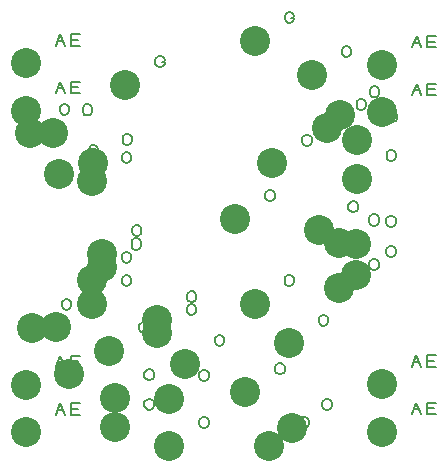
<source format=gbr>
%FSLAX23Y23*%
%MOIN*%
G04 EasyPC Gerber Version 18.0.6 Build 3620 *
%ADD10C,0.00500*%
%ADD77C,0.10000*%
X0Y0D02*
D02*
D10*
X135Y339D02*
X150Y376D01*
X166Y339*
X141Y355D02*
X160D01*
X185Y339D02*
Y376D01*
X216*
X209Y358D02*
X185D01*
Y339D02*
X216D01*
X135Y497D02*
X150Y534D01*
X166Y497*
X141Y513D02*
X160D01*
X185Y497D02*
Y534D01*
X216*
X209Y516D02*
X185D01*
Y497D02*
X216D01*
X136Y1411D02*
X151Y1448D01*
X167Y1411*
X142Y1427D02*
X161D01*
X186Y1411D02*
Y1448D01*
X217*
X211Y1430D02*
X186D01*
Y1411D02*
X217D01*
X136Y1569D02*
X151Y1606D01*
X167Y1569*
X142Y1585D02*
X161D01*
X186Y1569D02*
Y1606D01*
X217*
X211Y1588D02*
X186D01*
Y1569D02*
X217D01*
X148Y1350D02*
Y1363D01*
X152Y1369*
X155Y1372*
X161Y1375*
X167*
X173Y1372*
X177Y1369*
X180Y1363*
Y1350*
X177Y1344*
X173Y1341*
X167Y1338*
X161*
X155Y1341*
X152Y1344*
X148Y1350*
X156Y700D02*
Y713D01*
X159Y719*
X162Y722*
X168Y725*
X174*
X181Y722*
X184Y719*
X187Y713*
Y700*
X184Y694*
X181Y691*
X174Y688*
X168*
X162Y691*
X159Y694*
X156Y700*
X225Y1348D02*
Y1361D01*
X228Y1367*
X231Y1370*
X237Y1373*
X243*
X250Y1370*
X253Y1367*
X256Y1361*
Y1348*
X253Y1342*
X250Y1339*
X243Y1336*
X237*
X231Y1339*
X228Y1342*
X225Y1348*
X237Y702D02*
Y715D01*
X240Y721*
X243Y724*
X249Y727*
X255*
X262Y724*
X265Y721*
X268Y715*
Y702*
X265Y696*
X262Y693*
X255Y690*
X249*
X243Y693*
X240Y696*
X237Y702*
X245Y1212D02*
Y1225D01*
X248Y1231*
X251Y1234*
X257Y1237*
X263*
X270Y1234*
X273Y1231*
X276Y1225*
Y1212*
X273Y1206*
X270Y1203*
X263Y1200*
X257*
X251Y1203*
X248Y1206*
X245Y1212*
X281Y546D02*
Y559D01*
X284Y565*
X287Y568*
X293Y571*
X299*
X306Y568*
X309Y565*
X312Y559*
Y546*
X309Y540*
X306Y537*
X299Y534*
X293*
X287Y537*
X284Y540*
X281Y546*
X356Y779D02*
Y792D01*
X359Y798*
X362Y801*
X368Y804*
X374*
X381Y801*
X384Y798*
X387Y792*
Y779*
X384Y773*
X381Y770*
X374Y767*
X368*
X362Y770*
X359Y773*
X356Y779*
Y857D02*
Y870D01*
X359Y876*
X362Y879*
X368Y882*
X374*
X381Y879*
X384Y876*
X387Y870*
Y857*
X384Y851*
X381Y848*
X374Y845*
X368*
X362Y848*
X359Y851*
X356Y857*
Y1189D02*
Y1202D01*
X359Y1208*
X362Y1211*
X368Y1214*
X374*
X381Y1211*
X384Y1208*
X387Y1202*
Y1189*
X384Y1183*
X381Y1180*
X374Y1177*
X368*
X362Y1180*
X359Y1183*
X356Y1189*
X358Y1250D02*
Y1263D01*
X361Y1269*
X364Y1272*
X370Y1275*
X376*
X383Y1272*
X386Y1269*
X389Y1263*
Y1250*
X386Y1244*
X383Y1241*
X376Y1238*
X370*
X364Y1241*
X361Y1244*
X358Y1250*
X388Y901D02*
Y914D01*
X391Y920*
X394Y923*
X400Y926*
X406*
X413Y923*
X416Y920*
X419Y914*
Y901*
X416Y895*
X413Y892*
X406Y889*
X400*
X394Y892*
X391Y895*
X388Y901*
X390Y946D02*
Y959D01*
X393Y965*
X396Y968*
X402Y971*
X408*
X414Y968*
X418Y965*
X421Y959*
Y946*
X418Y940*
X414Y937*
X408Y934*
X402*
X396Y937*
X393Y940*
X390Y946*
X413Y623D02*
Y636D01*
X416Y642*
X419Y645*
X425Y648*
X431*
X438Y645*
X441Y642*
X444Y636*
Y623*
X441Y617*
X438Y614*
X431Y611*
X425*
X419Y614*
X416Y617*
X413Y623*
X431Y367D02*
Y380D01*
X435Y386*
X438Y389*
X444Y392*
X450*
X457Y389*
X460Y386*
X463Y380*
Y367*
X460Y361*
X457Y358*
X450Y355*
X444*
X438Y358*
X435Y361*
X431Y367*
Y465D02*
Y478D01*
X435Y484*
X438Y487*
X444Y490*
X450*
X457Y487*
X460Y484*
X463Y478*
Y465*
X460Y459*
X457Y456*
X450Y453*
X444*
X438Y456*
X435Y459*
X431Y465*
X488Y1513D02*
X498D01*
Y1509*
X495Y1503*
X492Y1500*
X485Y1497*
X479*
X473Y1500*
X470Y1503*
X467Y1509*
Y1522*
X470Y1528*
X473Y1531*
X479Y1534*
X485*
X492Y1531*
X495Y1528*
X498Y1522*
X572Y682D02*
Y695D01*
X575Y701*
X578Y704*
X584Y707*
X590*
X597Y704*
X600Y701*
X603Y695*
Y682*
X600Y676*
X597Y673*
X590Y670*
X584*
X578Y673*
X575Y676*
X572Y682*
X573Y725D02*
Y738D01*
X576Y744*
X579Y747*
X585Y750*
X591*
X598Y747*
X601Y744*
X604Y738*
Y725*
X601Y719*
X598Y716*
X591Y713*
X585*
X579Y716*
X576Y719*
X573Y725*
X614Y306D02*
Y319D01*
X617Y325*
X620Y328*
X626Y331*
X632*
X639Y328*
X642Y325*
X645Y319*
Y306*
X642Y300*
X639Y297*
X632Y294*
X626*
X620Y297*
X617Y300*
X614Y306*
Y463D02*
Y476D01*
X617Y482*
X620Y485*
X626Y488*
X632*
X639Y485*
X642Y482*
X645Y476*
Y463*
X642Y457*
X639Y454*
X632Y451*
X626*
X620Y454*
X617Y457*
X614Y463*
X666Y580D02*
Y593D01*
X669Y599*
X672Y602*
X678Y605*
X684*
X691Y602*
X694Y599*
X697Y593*
Y580*
X694Y574*
X691Y571*
X684Y568*
X678*
X672Y571*
X669Y574*
X666Y580*
X834Y1062D02*
Y1075D01*
X837Y1081*
X840Y1084*
X846Y1087*
X852*
X859Y1084*
X862Y1081*
X865Y1075*
Y1062*
X862Y1056*
X859Y1053*
X852Y1050*
X846*
X840Y1053*
X837Y1056*
X834Y1062*
X867Y485D02*
Y498D01*
X870Y504*
X873Y507*
X879Y510*
X885*
X891Y507*
X895Y504*
X898Y498*
Y485*
X895Y479*
X891Y476*
X885Y473*
X879*
X873Y476*
X870Y479*
X867Y485*
X898Y780D02*
Y793D01*
X901Y799*
X904Y802*
X910Y805*
X916*
X923Y802*
X926Y799*
X929Y793*
Y780*
X926Y774*
X923Y771*
X916Y768*
X910*
X904Y771*
X901Y774*
X898Y780*
X920Y1660D02*
X930D01*
Y1656*
X927Y1650*
X924Y1647*
X917Y1644*
X911*
X905Y1647*
X902Y1650*
X899Y1656*
Y1669*
X902Y1675*
X905Y1678*
X911Y1681*
X917*
X924Y1678*
X927Y1675*
X930Y1669*
X947Y306D02*
Y319D01*
X950Y325*
X953Y328*
X959Y331*
X965*
X972Y328*
X975Y325*
X978Y319*
Y306*
X975Y300*
X972Y297*
X965Y294*
X959*
X953Y297*
X950Y300*
X947Y306*
X956Y1247D02*
Y1260D01*
X960Y1266*
X963Y1269*
X969Y1272*
X975*
X982Y1269*
X985Y1266*
X988Y1260*
Y1247*
X985Y1241*
X982Y1238*
X975Y1235*
X969*
X963Y1238*
X960Y1241*
X956Y1247*
X1012Y647D02*
Y660D01*
X1015Y666*
X1018Y669*
X1024Y672*
X1030*
X1037Y669*
X1040Y666*
X1043Y660*
Y647*
X1040Y641*
X1037Y638*
X1030Y635*
X1024*
X1018Y638*
X1015Y641*
X1012Y647*
X1024Y366D02*
Y379D01*
X1027Y385*
X1030Y388*
X1036Y391*
X1042*
X1049Y388*
X1052Y385*
X1055Y379*
Y366*
X1052Y360*
X1049Y357*
X1042Y354*
X1036*
X1030Y357*
X1027Y360*
X1024Y366*
X1089Y1542D02*
Y1555D01*
X1092Y1561*
X1095Y1564*
X1101Y1567*
X1107*
X1114Y1564*
X1117Y1561*
X1120Y1555*
Y1542*
X1117Y1536*
X1114Y1533*
X1107Y1530*
X1101*
X1095Y1533*
X1092Y1536*
X1089Y1542*
X1111Y1025D02*
Y1038D01*
X1115Y1044*
X1118Y1047*
X1124Y1050*
X1130*
X1137Y1047*
X1140Y1044*
X1143Y1038*
Y1025*
X1140Y1019*
X1137Y1016*
X1130Y1013*
X1124*
X1118Y1016*
X1115Y1019*
X1111Y1025*
X1138Y1366D02*
Y1379D01*
X1141Y1385*
X1144Y1388*
X1150Y1391*
X1156*
X1163Y1388*
X1166Y1385*
X1169Y1379*
Y1366*
X1166Y1360*
X1163Y1357*
X1156Y1354*
X1150*
X1144Y1357*
X1141Y1360*
X1138Y1366*
X1181Y832D02*
Y845D01*
X1184Y851*
X1187Y854*
X1193Y857*
X1199*
X1206Y854*
X1209Y851*
X1212Y845*
Y832*
X1209Y826*
X1206Y823*
X1199Y820*
X1193*
X1187Y823*
X1184Y826*
X1181Y832*
Y981D02*
Y994D01*
X1184Y1000*
X1187Y1003*
X1193Y1006*
X1199*
X1206Y1003*
X1209Y1000*
X1212Y994*
Y981*
X1209Y975*
X1206Y972*
X1199Y969*
X1193*
X1187Y972*
X1184Y975*
X1181Y981*
X1182Y1408D02*
Y1421D01*
X1185Y1427*
X1188Y1430*
X1194Y1433*
X1200*
X1207Y1430*
X1210Y1427*
X1213Y1421*
Y1408*
X1210Y1402*
X1207Y1399*
X1200Y1396*
X1194*
X1188Y1399*
X1185Y1402*
X1182Y1408*
X1236Y876D02*
Y889D01*
X1240Y895*
X1243Y898*
X1249Y901*
X1255*
X1262Y898*
X1265Y895*
X1268Y889*
Y876*
X1265Y870*
X1262Y867*
X1255Y864*
X1249*
X1243Y867*
X1240Y870*
X1236Y876*
Y977D02*
Y990D01*
X1240Y996*
X1243Y999*
X1249Y1002*
X1255*
X1262Y999*
X1265Y996*
X1268Y990*
Y977*
X1265Y971*
X1262Y968*
X1255Y965*
X1249*
X1243Y968*
X1240Y971*
X1236Y977*
X1238Y1196D02*
Y1209D01*
X1241Y1215*
X1244Y1218*
X1250Y1221*
X1256*
X1263Y1218*
X1266Y1215*
X1269Y1209*
Y1196*
X1266Y1190*
X1263Y1187*
X1256Y1184*
X1250*
X1244Y1187*
X1241Y1190*
X1238Y1196*
X1241Y1325D02*
Y1338D01*
X1244Y1344*
X1247Y1347*
X1253Y1350*
X1259*
X1266Y1347*
X1269Y1344*
X1272Y1338*
Y1325*
X1269Y1319*
X1266Y1316*
X1259Y1313*
X1253*
X1247Y1316*
X1244Y1319*
X1241Y1325*
X1322Y341D02*
X1337Y378D01*
X1353Y341*
X1328Y357D02*
X1347D01*
X1372Y341D02*
Y378D01*
X1403*
X1397Y360D02*
X1372D01*
Y341D02*
X1403D01*
X1322Y499D02*
X1337Y536D01*
X1353Y499*
X1328Y515D02*
X1347D01*
X1372Y499D02*
Y536D01*
X1403*
X1397Y518D02*
X1372D01*
Y499D02*
X1403D01*
X1323Y1405D02*
X1338Y1442D01*
X1354Y1405*
X1329Y1421D02*
X1348D01*
X1373Y1405D02*
Y1442D01*
X1404*
X1398Y1424D02*
X1373D01*
Y1405D02*
X1404D01*
X1323Y1563D02*
X1338Y1600D01*
X1354Y1563*
X1329Y1579D02*
X1348D01*
X1373Y1563D02*
Y1600D01*
X1404*
X1398Y1582D02*
X1373D01*
Y1563D02*
X1404D01*
D02*
D77*
X35Y280D03*
Y438D03*
X36Y1352D03*
Y1510D03*
X49Y1279D03*
X56Y629D03*
X125Y1277D03*
X137Y631D03*
X145Y1141D03*
X181Y475D03*
X256Y708D03*
Y786D03*
Y1118D03*
X258Y1179D03*
X288Y830D03*
X289Y875D03*
X313Y552D03*
X332Y296D03*
Y394D03*
X367Y1438D03*
X472Y611D03*
X473Y654D03*
X514Y235D03*
Y392D03*
X566Y509D03*
X734Y991D03*
X766Y414D03*
X798Y709D03*
X799Y1585D03*
X847Y235D03*
X857Y1176D03*
X912Y576D03*
X924Y295D03*
X989Y1471D03*
X1012Y954D03*
X1038Y1295D03*
X1081Y761D03*
Y910D03*
X1082Y1337D03*
X1137Y805D03*
Y906D03*
X1138Y1125D03*
X1141Y1254D03*
X1222Y282D03*
Y440D03*
X1223Y1346D03*
Y1504D03*
X0Y0D02*
M02*

</source>
